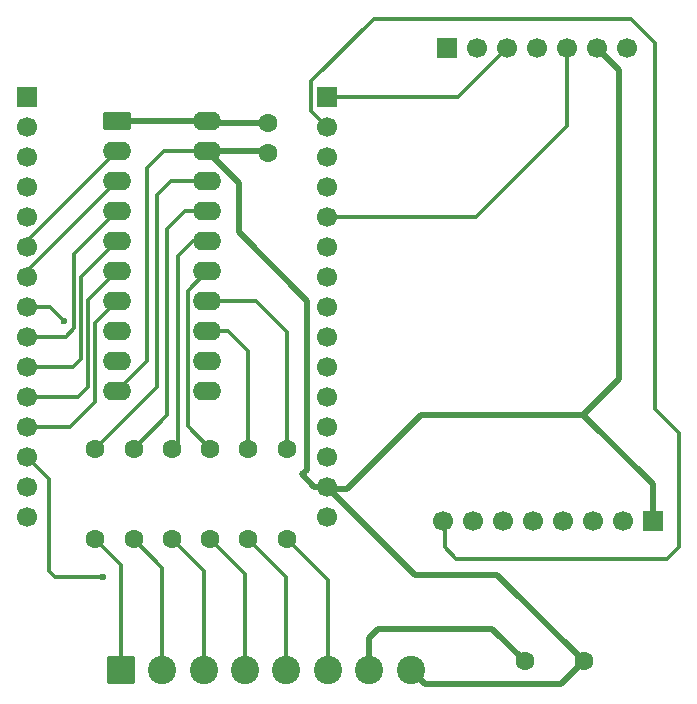
<source format=gtl>
%TF.GenerationSoftware,KiCad,Pcbnew,9.0.5*%
%TF.CreationDate,2025-12-28T17:34:09+02:00*%
%TF.ProjectId,base-schematic-02,62617365-2d73-4636-9865-6d617469632d,rev?*%
%TF.SameCoordinates,Original*%
%TF.FileFunction,Copper,L1,Top*%
%TF.FilePolarity,Positive*%
%FSLAX46Y46*%
G04 Gerber Fmt 4.6, Leading zero omitted, Abs format (unit mm)*
G04 Created by KiCad (PCBNEW 9.0.5) date 2025-12-28 17:34:09*
%MOMM*%
%LPD*%
G01*
G04 APERTURE LIST*
G04 Aperture macros list*
%AMRoundRect*
0 Rectangle with rounded corners*
0 $1 Rounding radius*
0 $2 $3 $4 $5 $6 $7 $8 $9 X,Y pos of 4 corners*
0 Add a 4 corners polygon primitive as box body*
4,1,4,$2,$3,$4,$5,$6,$7,$8,$9,$2,$3,0*
0 Add four circle primitives for the rounded corners*
1,1,$1+$1,$2,$3*
1,1,$1+$1,$4,$5*
1,1,$1+$1,$6,$7*
1,1,$1+$1,$8,$9*
0 Add four rect primitives between the rounded corners*
20,1,$1+$1,$2,$3,$4,$5,0*
20,1,$1+$1,$4,$5,$6,$7,0*
20,1,$1+$1,$6,$7,$8,$9,0*
20,1,$1+$1,$8,$9,$2,$3,0*%
G04 Aperture macros list end*
%TA.AperFunction,ComponentPad*%
%ADD10R,1.700000X1.700000*%
%TD*%
%TA.AperFunction,ComponentPad*%
%ADD11C,1.700000*%
%TD*%
%TA.AperFunction,ComponentPad*%
%ADD12C,1.600000*%
%TD*%
%TA.AperFunction,ComponentPad*%
%ADD13RoundRect,0.250001X-0.949999X-0.949999X0.949999X-0.949999X0.949999X0.949999X-0.949999X0.949999X0*%
%TD*%
%TA.AperFunction,ComponentPad*%
%ADD14C,2.400000*%
%TD*%
%TA.AperFunction,ComponentPad*%
%ADD15RoundRect,0.250000X-0.950000X-0.550000X0.950000X-0.550000X0.950000X0.550000X-0.950000X0.550000X0*%
%TD*%
%TA.AperFunction,ComponentPad*%
%ADD16O,2.400000X1.600000*%
%TD*%
%TA.AperFunction,ViaPad*%
%ADD17C,0.600000*%
%TD*%
%TA.AperFunction,Conductor*%
%ADD18C,0.300000*%
%TD*%
%TA.AperFunction,Conductor*%
%ADD19C,0.500000*%
%TD*%
G04 APERTURE END LIST*
D10*
%TO.P,J2,1,Pin_1*%
%TO.N,D23*%
X79400000Y-59460000D03*
D11*
%TO.P,J2,2,Pin_2*%
%TO.N,D22*%
X79400000Y-62000000D03*
%TO.P,J2,3,Pin_3*%
%TO.N,unconnected-(J2-Pin_3-Pad3)*%
X79400000Y-64540000D03*
%TO.P,J2,4,Pin_4*%
%TO.N,unconnected-(J2-Pin_4-Pad4)*%
X79400000Y-67080000D03*
%TO.P,J2,5,Pin_5*%
%TO.N,D21*%
X79400000Y-69620000D03*
%TO.P,J2,6,Pin_6*%
%TO.N,D19*%
X79400000Y-72160000D03*
%TO.P,J2,7,Pin_7*%
%TO.N,D18*%
X79400000Y-74700000D03*
%TO.P,J2,8,Pin_8*%
%TO.N,unconnected-(J2-Pin_8-Pad8)*%
X79400000Y-77240000D03*
%TO.P,J2,9,Pin_9*%
%TO.N,unconnected-(J2-Pin_9-Pad9)*%
X79400000Y-79780000D03*
%TO.P,J2,10,Pin_10*%
%TO.N,unconnected-(J2-Pin_10-Pad10)*%
X79400000Y-82320000D03*
%TO.P,J2,11,Pin_11*%
%TO.N,unconnected-(J2-Pin_11-Pad11)*%
X79400000Y-84860000D03*
%TO.P,J2,12,Pin_12*%
%TO.N,unconnected-(J2-Pin_12-Pad12)*%
X79400000Y-87400000D03*
%TO.P,J2,13,Pin_13*%
%TO.N,unconnected-(J2-Pin_13-Pad13)*%
X79400000Y-89940000D03*
%TO.P,J2,14,Pin_14*%
%TO.N,GND*%
X79400000Y-92480000D03*
%TO.P,J2,15,Pin_15*%
%TO.N,3V3*%
X79400000Y-95020000D03*
%TD*%
D10*
%TO.P,J1,1,Pin_1*%
%TO.N,unconnected-(J1-Pin_1-Pad1)*%
X54000000Y-59460000D03*
D11*
%TO.P,J1,2,Pin_2*%
%TO.N,unconnected-(J1-Pin_2-Pad2)*%
X54000000Y-62000000D03*
%TO.P,J1,3,Pin_3*%
%TO.N,unconnected-(J1-Pin_3-Pad3)*%
X54000000Y-64540000D03*
%TO.P,J1,4,Pin_4*%
%TO.N,unconnected-(J1-Pin_4-Pad4)*%
X54000000Y-67080000D03*
%TO.P,J1,5,Pin_5*%
%TO.N,unconnected-(J1-Pin_5-Pad5)*%
X54000000Y-69620000D03*
%TO.P,J1,6,Pin_6*%
%TO.N,D32*%
X54000000Y-72160000D03*
%TO.P,J1,7,Pin_7*%
%TO.N,D33*%
X54000000Y-74700000D03*
%TO.P,J1,8,Pin_8*%
%TO.N,D25*%
X54000000Y-77240000D03*
%TO.P,J1,9,Pin_9*%
%TO.N,D26*%
X54000000Y-79780000D03*
%TO.P,J1,10,Pin_10*%
%TO.N,D27*%
X54000000Y-82320000D03*
%TO.P,J1,11,Pin_11*%
%TO.N,D14*%
X54000000Y-84860000D03*
%TO.P,J1,12,Pin_12*%
%TO.N,D12*%
X54000000Y-87400000D03*
%TO.P,J1,13,Pin_13*%
%TO.N,D13*%
X54000000Y-89940000D03*
%TO.P,J1,14,Pin_14*%
%TO.N,unconnected-(J1-Pin_14-Pad14)*%
X54000000Y-92480000D03*
%TO.P,J1,15,Pin_15*%
%TO.N,VIN*%
X54000000Y-95020000D03*
%TD*%
D12*
%TO.P,R2,1*%
%TO.N,Net-(U1-B1)*%
X63053000Y-89255000D03*
%TO.P,R2,2*%
%TO.N,Net-(J4-Pin_2)*%
X63053000Y-96875000D03*
%TD*%
%TO.P,R1,1*%
%TO.N,Net-(U1-B0)*%
X59810000Y-89255000D03*
%TO.P,R1,2*%
%TO.N,Net-(J4-Pin_1)*%
X59810000Y-96875000D03*
%TD*%
D10*
%TO.P,J3-DAC1,1,Pin_1*%
%TO.N,D19*%
X89570000Y-55335000D03*
D11*
%TO.P,J3-DAC1,2,Pin_2*%
%TO.N,D18*%
X92110000Y-55335000D03*
%TO.P,J3-DAC1,3,Pin_3*%
%TO.N,D23*%
X94650000Y-55335000D03*
%TO.P,J3-DAC1,4,Pin_4*%
%TO.N,D25*%
X97190000Y-55335000D03*
%TO.P,J3-DAC1,5,Pin_5*%
%TO.N,D21*%
X99730000Y-55335000D03*
%TO.P,J3-DAC1,6,Pin_6*%
%TO.N,GND*%
X102270000Y-55335000D03*
%TO.P,J3-DAC1,7,Pin_7*%
%TO.N,3V3*%
X104810000Y-55335000D03*
%TD*%
D12*
%TO.P,R4,1*%
%TO.N,Net-(U1-B3)*%
X69539000Y-89255000D03*
%TO.P,R4,2*%
%TO.N,Net-(J4-Pin_4)*%
X69539000Y-96875000D03*
%TD*%
%TO.P,C2,1*%
%TO.N,VIN*%
X96160000Y-107270000D03*
%TO.P,C2,2*%
%TO.N,GND*%
X101160000Y-107270000D03*
%TD*%
%TO.P,R6,1*%
%TO.N,Net-(U1-B4)*%
X76025000Y-89255000D03*
%TO.P,R6,2*%
%TO.N,Net-(J4-Pin_6)*%
X76025000Y-96875000D03*
%TD*%
%TO.P,C1,1*%
%TO.N,VIN*%
X74440000Y-61710000D03*
%TO.P,C1,2*%
%TO.N,GND*%
X74440000Y-64210000D03*
%TD*%
%TO.P,R5,1*%
%TO.N,Net-(U1-B5)*%
X72782000Y-89255000D03*
%TO.P,R5,2*%
%TO.N,Net-(J4-Pin_5)*%
X72782000Y-96875000D03*
%TD*%
%TO.P,R3,1*%
%TO.N,Net-(U1-B2)*%
X66296000Y-89255000D03*
%TO.P,R3,2*%
%TO.N,Net-(J4-Pin_3)*%
X66296000Y-96875000D03*
%TD*%
D13*
%TO.P,J4,1,Pin_1*%
%TO.N,Net-(J4-Pin_1)*%
X62000000Y-108000000D03*
D14*
%TO.P,J4,2,Pin_2*%
%TO.N,Net-(J4-Pin_2)*%
X65500000Y-108000000D03*
%TO.P,J4,3,Pin_3*%
%TO.N,Net-(J4-Pin_3)*%
X69000000Y-108000000D03*
%TO.P,J4,4,Pin_4*%
%TO.N,Net-(J4-Pin_4)*%
X72500000Y-108000000D03*
%TO.P,J4,5,Pin_5*%
%TO.N,Net-(J4-Pin_5)*%
X76000000Y-108000000D03*
%TO.P,J4,6,Pin_6*%
%TO.N,Net-(J4-Pin_6)*%
X79500000Y-108000000D03*
%TO.P,J4,7,Pin_7*%
%TO.N,VIN*%
X83000000Y-108000000D03*
%TO.P,J4,8,Pin_8*%
%TO.N,GND*%
X86500000Y-108000000D03*
%TD*%
D15*
%TO.P,U1,1,A->B*%
%TO.N,VIN*%
X61650000Y-61510000D03*
D16*
%TO.P,U1,2,A0*%
%TO.N,D32*%
X61650000Y-64050000D03*
%TO.P,U1,3,A1*%
%TO.N,D33*%
X61650000Y-66590000D03*
%TO.P,U1,4,A2*%
%TO.N,D26*%
X61650000Y-69130000D03*
%TO.P,U1,5,A3*%
%TO.N,D27*%
X61650000Y-71670000D03*
%TO.P,U1,6,A4*%
%TO.N,D14*%
X61650000Y-74210000D03*
%TO.P,U1,7,A5*%
%TO.N,D12*%
X61650000Y-76750000D03*
%TO.P,U1,8,A6*%
%TO.N,unconnected-(U1-A6-Pad8)*%
X61650000Y-79290000D03*
%TO.P,U1,9,A7*%
%TO.N,unconnected-(U1-A7-Pad9)*%
X61650000Y-81830000D03*
%TO.P,U1,10,GND*%
%TO.N,GND*%
X61650000Y-84370000D03*
%TO.P,U1,11,B7*%
%TO.N,unconnected-(U1-B7-Pad11)*%
X69270000Y-84370000D03*
%TO.P,U1,12,B6*%
%TO.N,unconnected-(U1-B6-Pad12)*%
X69270000Y-81830000D03*
%TO.P,U1,13,B5*%
%TO.N,Net-(U1-B5)*%
X69270000Y-79290000D03*
%TO.P,U1,14,B4*%
%TO.N,Net-(U1-B4)*%
X69270000Y-76750000D03*
%TO.P,U1,15,B3*%
%TO.N,Net-(U1-B3)*%
X69270000Y-74210000D03*
%TO.P,U1,16,B2*%
%TO.N,Net-(U1-B2)*%
X69270000Y-71670000D03*
%TO.P,U1,17,B1*%
%TO.N,Net-(U1-B1)*%
X69270000Y-69130000D03*
%TO.P,U1,18,B0*%
%TO.N,Net-(U1-B0)*%
X69270000Y-66590000D03*
%TO.P,U1,19,CE*%
%TO.N,GND*%
X69270000Y-64050000D03*
%TO.P,U1,20,VCC*%
%TO.N,VIN*%
X69270000Y-61510000D03*
%TD*%
D10*
%TO.P,J4-IMU1,1,Pin_1*%
%TO.N,GND*%
X107009138Y-95394959D03*
D11*
%TO.P,J4-IMU1,2,Pin_2*%
%TO.N,3V3*%
X104469138Y-95394959D03*
%TO.P,J4-IMU1,3,Pin_3*%
%TO.N,unconnected-(J4-IMU1-Pin_3-Pad3)*%
X101929138Y-95394959D03*
%TO.P,J4-IMU1,4,Pin_4*%
%TO.N,unconnected-(J4-IMU1-Pin_4-Pad4)*%
X99389138Y-95394959D03*
%TO.P,J4-IMU1,5,Pin_5*%
%TO.N,unconnected-(J4-IMU1-Pin_5-Pad5)*%
X96849138Y-95394959D03*
%TO.P,J4-IMU1,6,Pin_6*%
%TO.N,unconnected-(J4-IMU1-Pin_6-Pad6)*%
X94309138Y-95394959D03*
%TO.P,J4-IMU1,7,Pin_7*%
%TO.N,D13*%
X91769138Y-95394959D03*
%TO.P,J4-IMU1,8,Pin_8*%
%TO.N,D22*%
X89229138Y-95394959D03*
%TD*%
D17*
%TO.N,D13*%
X60452000Y-100076000D03*
%TO.N,D25*%
X57157500Y-78432500D03*
%TD*%
D18*
%TO.N,D22*%
X89408000Y-97605821D02*
X89408000Y-95573821D01*
X90354179Y-98552000D02*
X89408000Y-97605821D01*
X108204000Y-98552000D02*
X90354179Y-98552000D01*
X109220000Y-87884000D02*
X109220000Y-97536000D01*
X109220000Y-97536000D02*
X108204000Y-98552000D01*
X107188000Y-54864000D02*
X107188000Y-85852000D01*
X105156000Y-52832000D02*
X107188000Y-54864000D01*
X78099000Y-58159000D02*
X83426000Y-52832000D01*
X78099000Y-60699000D02*
X78099000Y-58159000D01*
X107188000Y-85852000D02*
X109220000Y-87884000D01*
X89408000Y-95573821D02*
X89229138Y-95394959D01*
X83426000Y-52832000D02*
X105156000Y-52832000D01*
X79400000Y-62000000D02*
X78099000Y-60699000D01*
%TO.N,D13*%
X56388000Y-100076000D02*
X60452000Y-100076000D01*
X55880000Y-99568000D02*
X56388000Y-100076000D01*
X55880000Y-91820000D02*
X55880000Y-99568000D01*
X54000000Y-89940000D02*
X55880000Y-91820000D01*
D19*
%TO.N,GND*%
X107009138Y-92277138D02*
X107009138Y-95394959D01*
X101092000Y-86360000D02*
X107009138Y-92277138D01*
D18*
%TO.N,D22*%
X89408000Y-95216097D02*
X89229138Y-95394959D01*
D19*
%TO.N,GND*%
X71940000Y-70940000D02*
X71940000Y-66720000D01*
X71940000Y-66720000D02*
X69270000Y-64050000D01*
X77724000Y-91021000D02*
X77724000Y-76724000D01*
X77310000Y-91435000D02*
X77724000Y-91021000D01*
X78355000Y-92480000D02*
X77310000Y-91435000D01*
X77724000Y-76724000D02*
X71940000Y-70940000D01*
X79400000Y-92480000D02*
X78355000Y-92480000D01*
X104140000Y-57205000D02*
X102270000Y-55335000D01*
X104140000Y-83312000D02*
X104140000Y-57205000D01*
X87376000Y-86360000D02*
X101092000Y-86360000D01*
X79566000Y-92646000D02*
X81090000Y-92646000D01*
X81090000Y-92646000D02*
X87376000Y-86360000D01*
X101092000Y-86360000D02*
X104140000Y-83312000D01*
X79400000Y-92480000D02*
X79566000Y-92646000D01*
D18*
%TO.N,D21*%
X99730000Y-61950000D02*
X99730000Y-55335000D01*
X99740000Y-61960000D02*
X99730000Y-61950000D01*
X92080000Y-69620000D02*
X99740000Y-61960000D01*
X79400000Y-69620000D02*
X92080000Y-69620000D01*
%TO.N,D23*%
X86900000Y-59460000D02*
X79400000Y-59460000D01*
D19*
%TO.N,GND*%
X93840000Y-99950000D02*
X86870000Y-99950000D01*
X101160000Y-107270000D02*
X93840000Y-99950000D01*
X86870000Y-99950000D02*
X79400000Y-92480000D01*
D18*
%TO.N,Net-(U1-B5)*%
X72782000Y-80982000D02*
X72782000Y-89255000D01*
X71090000Y-79290000D02*
X72782000Y-80982000D01*
X69270000Y-79290000D02*
X71090000Y-79290000D01*
%TO.N,Net-(U1-B4)*%
X76025000Y-79395000D02*
X76025000Y-89255000D01*
X73380000Y-76750000D02*
X76025000Y-79395000D01*
X69270000Y-76750000D02*
X73380000Y-76750000D01*
%TO.N,D19*%
X79400000Y-72160000D02*
X79490000Y-72160000D01*
D19*
%TO.N,VIN*%
X93430000Y-104540000D02*
X96160000Y-107270000D01*
X83740000Y-104540000D02*
X93430000Y-104540000D01*
X83000000Y-105280000D02*
X83740000Y-104540000D01*
X83000000Y-108000000D02*
X83000000Y-105280000D01*
D18*
%TO.N,D25*%
X55935000Y-77240000D02*
X54000000Y-77240000D01*
X57127500Y-78432500D02*
X55935000Y-77240000D01*
X57157500Y-78432500D02*
X57127500Y-78432500D01*
%TO.N,GND*%
X65625000Y-64050000D02*
X69270000Y-64050000D01*
X74280000Y-64050000D02*
X74440000Y-64210000D01*
X64150000Y-65525000D02*
X65625000Y-64050000D01*
X64150000Y-81870000D02*
X64150000Y-65525000D01*
X61650000Y-84370000D02*
X64150000Y-81870000D01*
D19*
X87700000Y-109200000D02*
X99230000Y-109200000D01*
X99230000Y-109200000D02*
X101160000Y-107270000D01*
X69270000Y-64050000D02*
X74280000Y-64050000D01*
X87700000Y-109200000D02*
X86500000Y-108000000D01*
D18*
%TO.N,D12*%
X54000000Y-87400000D02*
X57700000Y-87400000D01*
X59800000Y-78600000D02*
X61650000Y-76750000D01*
X57700000Y-87400000D02*
X59800000Y-85300000D01*
X59800000Y-85300000D02*
X59800000Y-78600000D01*
%TO.N,D33*%
X54000000Y-74240000D02*
X61650000Y-66590000D01*
X54000000Y-74700000D02*
X54000000Y-74240000D01*
%TO.N,D26*%
X57998000Y-72782000D02*
X61650000Y-69130000D01*
X54000000Y-79780000D02*
X57293000Y-79780000D01*
X57293000Y-79780000D02*
X57998000Y-79075000D01*
X57998000Y-79075000D02*
X57998000Y-72782000D01*
%TO.N,D32*%
X54000000Y-72160000D02*
X54000000Y-71700000D01*
X54000000Y-71700000D02*
X61650000Y-64050000D01*
%TO.N,D27*%
X58599000Y-74721000D02*
X61650000Y-71670000D01*
X54000000Y-82320000D02*
X57929000Y-82320000D01*
X58599000Y-81650000D02*
X58599000Y-74721000D01*
X57929000Y-82320000D02*
X58599000Y-81650000D01*
%TO.N,D14*%
X59200000Y-76660000D02*
X61650000Y-74210000D01*
X59200000Y-84000000D02*
X59200000Y-76660000D01*
X58340000Y-84860000D02*
X59200000Y-84000000D01*
X54000000Y-84860000D02*
X58340000Y-84860000D01*
D19*
%TO.N,VIN*%
X61650000Y-61510000D02*
X69270000Y-61510000D01*
D18*
X54200000Y-95220000D02*
X54000000Y-95020000D01*
X69470000Y-61710000D02*
X69270000Y-61510000D01*
D19*
X74440000Y-61710000D02*
X69470000Y-61710000D01*
D18*
%TO.N,Net-(U1-B0)*%
X65075000Y-67775000D02*
X65075000Y-83990000D01*
X66260000Y-66590000D02*
X65075000Y-67775000D01*
X69270000Y-66590000D02*
X66260000Y-66590000D01*
X65075000Y-83990000D02*
X59810000Y-89255000D01*
%TO.N,Net-(U1-B1)*%
X67445000Y-69130000D02*
X65925000Y-70650000D01*
X65925000Y-70650000D02*
X65925000Y-86383000D01*
X65925000Y-86383000D02*
X63053000Y-89255000D01*
X69270000Y-69130000D02*
X67445000Y-69130000D01*
%TO.N,Net-(U1-B2)*%
X66825000Y-72900000D02*
X66825000Y-88726000D01*
X66825000Y-88726000D02*
X66296000Y-89255000D01*
X68055000Y-71670000D02*
X66825000Y-72900000D01*
X69270000Y-71670000D02*
X68055000Y-71670000D01*
%TO.N,Net-(U1-B3)*%
X67619000Y-87335000D02*
X69539000Y-89255000D01*
X69270000Y-74210000D02*
X67619000Y-75861000D01*
X67619000Y-75861000D02*
X67619000Y-87335000D01*
%TO.N,Net-(J4-Pin_2)*%
X65500000Y-99322000D02*
X63053000Y-96875000D01*
%TO.N,Net-(J4-Pin_1)*%
X62000000Y-108000000D02*
X62000000Y-99065000D01*
X62000000Y-99065000D02*
X59810000Y-96875000D01*
%TO.N,Net-(J4-Pin_2)*%
X65500000Y-108000000D02*
X65500000Y-99322000D01*
%TO.N,Net-(J4-Pin_6)*%
X79500000Y-108000000D02*
X79500000Y-100350000D01*
%TO.N,Net-(J4-Pin_4)*%
X72500000Y-99836000D02*
X69539000Y-96875000D01*
%TO.N,Net-(J4-Pin_3)*%
X69000000Y-99579000D02*
X66296000Y-96875000D01*
X69000000Y-108000000D02*
X69000000Y-99579000D01*
%TO.N,Net-(J4-Pin_4)*%
X72500000Y-108000000D02*
X72500000Y-99836000D01*
%TO.N,Net-(J4-Pin_6)*%
X79500000Y-100350000D02*
X76025000Y-96875000D01*
%TO.N,Net-(J4-Pin_5)*%
X76000000Y-100093000D02*
X72782000Y-96875000D01*
X76000000Y-108000000D02*
X76000000Y-100093000D01*
%TO.N,D23*%
X86900000Y-59460000D02*
X90525000Y-59460000D01*
X90525000Y-59460000D02*
X94650000Y-55335000D01*
%TD*%
M02*

</source>
